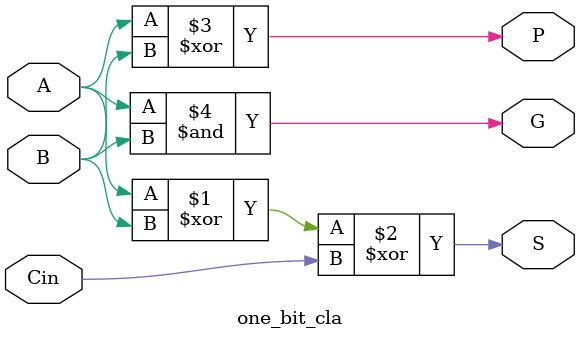
<source format=sv>
module carry_lookahead_adder
(
    input   logic[15:0]     A,
    input   logic[15:0]     B,
    output  logic[15:0]     Sum,
    output  logic           CO
);

    /* TODO
     *
     * Insert code here to implement a CLA adder.
     * Your code should be completly combinational (don't use always_ff or always_latch).
     * Feel free to create sub-modules or other files. */
	 
	
	logic C0, C4, C8, C12;	// intermedian carry out bits from the look-ahead unit
	logic P0, P4, P8, P12;	// propogating bits from the 4-bit carry-lookahead-adder
	logic G0, G4, G8, G12;	// generated bits from the 4-bit carry-lookahead-adder
	
	// Generating the 16-bit carry-lookahead-adder from four 4-bit cla
	assign C0 = 0; // First carry in is 0
	four_bit_cla CLA0(.A(A[3 : 0]), .B(B[3 : 0]), .Cin(C0 ), .S(Sum[3 : 0]), .P(P0 ), .G(G0 ));
	
	// Get carry in for the second cla from carry lookahead unit and previous carry in bit.
	assign C4  = G0 | (C0 & P0); 
	four_bit_cla CLA1(.A(A[7 : 4]), .B(B[7 : 4]), .Cin(C4 ), .S(Sum[7 : 4]), .P(P4 ), .G(G4 ));
	
	// Get carry in for the third cla from carry lookahead unit and previous carry in bit.
	assign C8  = G4 | (G0 & P4) | (C0 & P0 & P4);
	four_bit_cla CLA2(.A(A[11: 8]), .B(B[11: 8]), .Cin(C8 ), .S(Sum[11: 8]), .P(P8 ), .G(G8 ));
	
	// Get carry in for the fourth cla from carry lookahead unit and previous carry in bit.
	assign C12 = G8 | (G4 & P8) | (G0 & P8 & P4) | (C0 & P8 & P4 & P0);
	four_bit_cla CLA3(.A(A[15:12]), .B(B[15:12]), .Cin(C12), .S(Sum[15:12]), .P(P12), .G(G12));
	
	// Calculating the Carry-out bit
	assign CO  = P12 & C12;
	  
     
endmodule


// 4-bit carry lookahead adder that takes two 4-bit inputs(A and B) and add them
// Carry-in is stored in Cin
// Sum is stored in S
// propagating bit and generated bits are stored in P and G respectively
module four_bit_cla(
						  input  [3:0]A,
						  input  [3:0]B,
						  input  Cin,
						  output [3:0]S,
						  output P,
						  output G
						  );
			
	logic C0, C1, C2, C3;	// intermedian carry out bits from the look-ahead unit
	logic P0, P1, P2, P3;	// propogating bits from the 4-bit carry-lookahead-adder
	logic G0, G1, G2, G3;	// generated bits from the 4-bit carry-lookahead-adder
	
	// Generating the 4-bit carry-lookahead-adder from four 1-bit cla
	assign C0 = Cin;	// First carry in is 0
	one_bit_cla cla0(.A(A[0]), .B(B[0]), .Cin(C0), .S(S[0]), .P(P0), .G(G0));
	
	// Get carry in for the second cla from carry lookahead unit and previous carry in bit.
	assign C1 = (Cin & P0) | G0;
	one_bit_cla cla1(.A(A[1]), .B(B[1]), .Cin(C1), .S(S[1]), .P(P1), .G(G1));
	
	// Get carry in for the third cla from carry lookahead unit and previous carry in bit.
	assign C2 = (Cin & P0 & P1) | (G0 & P1) | G1;
	one_bit_cla cla2(.A(A[2]), .B(B[2]), .Cin(C2), .S(S[2]), .P(P2), .G(G2));
	
	// Get carry in for the fourth cla from carry lookahead unit and previous carry in bit.
	assign C3 = (Cin & P0 & P1 & P2) | (G0 & P1 & P2) | (G1 & P2) | G2;
	one_bit_cla cla3(.A(A[3]), .B(B[3]), .Cin(C3), .S(S[3]), .P(P3), .G(G3));
	
	// Calculating the propagating bit and generated bit
	assign P = P0 & P1 & P2 & P3;
	assign G = G3 | (G2 & P3) | (G1 & P3 & P2) + (G0 & P3 & P2 & P1);
			
endmodule 


// 1-bit carry lookahead adder that takes two 1-bit inputs(A and B) and add them
// Carry-in is stored in Cin
// Sum is stored in S
// propagating bit and generated bits are stored in P and G respectively
module one_bit_cla(
						 input  A, B,
						 input  Cin,
						 output S,
						 output P, G
						 );

	assign S = A^B^Cin; 	// Calculating sum of the inputs
	assign P = A^B;		// Calculating propagating bit
	assign G = A&B;		// Calculating generated bit
			
endmodule 
</source>
